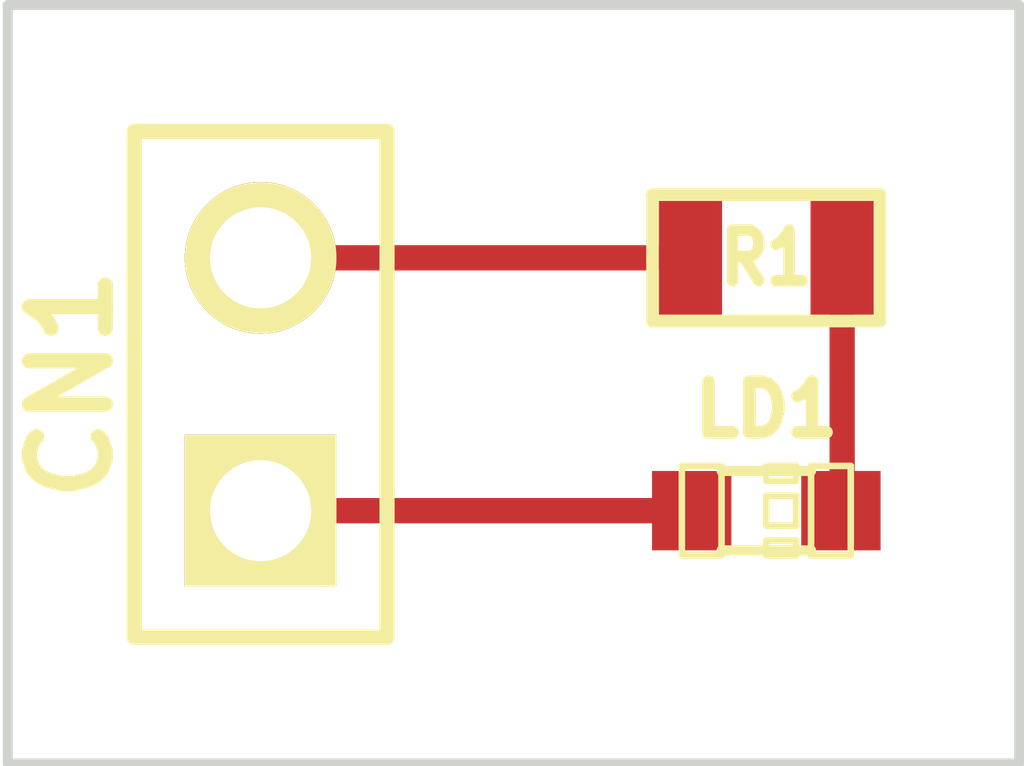
<source format=kicad_pcb>
(kicad_pcb (version 3) (host pcbnew "(2013-07-07 BZR 4022)-stable")

  (general
    (links 3)
    (no_connects 0)
    (area 0 0 0 0)
    (thickness 1.6)
    (drawings 4)
    (tracks 4)
    (zones 0)
    (modules 3)
    (nets 4)
  )

  (page A3)
  (layers
    (15 F.Cu signal)
    (0 B.Cu signal)
    (16 B.Adhes user)
    (17 F.Adhes user)
    (18 B.Paste user)
    (19 F.Paste user)
    (20 B.SilkS user)
    (21 F.SilkS user)
    (22 B.Mask user)
    (23 F.Mask user)
    (24 Dwgs.User user)
    (25 Cmts.User user)
    (26 Eco1.User user)
    (27 Eco2.User user)
    (28 Edge.Cuts user)
  )

  (setup
    (last_trace_width 0.254)
    (trace_clearance 0.254)
    (zone_clearance 0.508)
    (zone_45_only no)
    (trace_min 0.254)
    (segment_width 0.2)
    (edge_width 0.1)
    (via_size 0.889)
    (via_drill 0.635)
    (via_min_size 0.889)
    (via_min_drill 0.508)
    (uvia_size 0.508)
    (uvia_drill 0.127)
    (uvias_allowed no)
    (uvia_min_size 0.508)
    (uvia_min_drill 0.127)
    (pcb_text_width 0.3)
    (pcb_text_size 1.5 1.5)
    (mod_edge_width 0.15)
    (mod_text_size 1 1)
    (mod_text_width 0.15)
    (pad_size 1.5 1.5)
    (pad_drill 0.6)
    (pad_to_mask_clearance 0)
    (aux_axis_origin 0 0)
    (visible_elements FFFFFFBF)
    (pcbplotparams
      (layerselection 3178497)
      (usegerberextensions true)
      (excludeedgelayer true)
      (linewidth 0.150000)
      (plotframeref false)
      (viasonmask false)
      (mode 1)
      (useauxorigin false)
      (hpglpennumber 1)
      (hpglpenspeed 20)
      (hpglpendiameter 15)
      (hpglpenoverlay 2)
      (psnegative false)
      (psa4output false)
      (plotreference true)
      (plotvalue true)
      (plotothertext true)
      (plotinvisibletext false)
      (padsonsilk false)
      (subtractmaskfromsilk false)
      (outputformat 1)
      (mirror false)
      (drillshape 1)
      (scaleselection 1)
      (outputdirectory ""))
  )

  (net 0 "")
  (net 1 $$$00001)
  (net 2 GND-main)
  (net 3 VIN-main)

  (net_class Default "これは標準のネット クラスです。"
    (clearance 0.254)
    (trace_width 0.254)
    (via_dia 0.889)
    (via_drill 0.635)
    (uvia_dia 0.508)
    (uvia_drill 0.127)
    (add_net "")
    (add_net $$$00001)
    (add_net GND-main)
    (add_net VIN-main)
  )

  (module SM0603 (layer F.Cu) (tedit 4E43A3D1) (tstamp 598ACBBE)
    (at 365.76 35.56 180)
    (path 0003)
    (attr smd)
    (fp_text reference R1 (at 0 0 180) (layer F.SilkS)
      (effects (font (size 0.508 0.4572) (thickness 0.1143)))
    )
    (fp_text value R{Lib=r-main} (at 0 0 180) (layer F.SilkS) hide
      (effects (font (size 0.508 0.4572) (thickness 0.1143)))
    )
    (fp_line (start -1.143 -0.635) (end 1.143 -0.635) (layer F.SilkS) (width 0.127))
    (fp_line (start 1.143 -0.635) (end 1.143 0.635) (layer F.SilkS) (width 0.127))
    (fp_line (start 1.143 0.635) (end -1.143 0.635) (layer F.SilkS) (width 0.127))
    (fp_line (start -1.143 0.635) (end -1.143 -0.635) (layer F.SilkS) (width 0.127))
    (pad 1 smd rect (at -0.762 0 180) (size 0.635 1.143)
      (layers F.Cu F.Paste F.Mask)
      (net 1 $$$00001)
    )
    (pad 2 smd rect (at 0.762 0 180) (size 0.635 1.143)
      (layers F.Cu F.Paste F.Mask)
      (net 2 GND-main)
    )
    (model smd\resistors\R0603.wrl
      (at (xyz 0 0 0.001))
      (scale (xyz 0.5 0.5 0.5))
      (rotate (xyz 0 0 0))
    )
  )

  (module PIN_ARRAY_2X1 (layer F.Cu) (tedit 4565C520) (tstamp 598ACBC8)
    (at 360.68 36.83 90)
    (descr "Connecteurs 2 pins")
    (tags "CONN DEV")
    (path 0001)
    (fp_text reference CN1 (at 0 -1.905 90) (layer F.SilkS)
      (effects (font (size 0.762 0.762) (thickness 0.1524)))
    )
    (fp_text value CN{Lib=cn-main} (at 0 -1.905 90) (layer F.SilkS) hide
      (effects (font (size 0.762 0.762) (thickness 0.1524)))
    )
    (fp_line (start -2.54 1.27) (end -2.54 -1.27) (layer F.SilkS) (width 0.1524))
    (fp_line (start -2.54 -1.27) (end 2.54 -1.27) (layer F.SilkS) (width 0.1524))
    (fp_line (start 2.54 -1.27) (end 2.54 1.27) (layer F.SilkS) (width 0.1524))
    (fp_line (start 2.54 1.27) (end -2.54 1.27) (layer F.SilkS) (width 0.1524))
    (pad 1 thru_hole rect (at -1.27 0 90) (size 1.524 1.524) (drill 1.016)
      (layers *.Cu *.Mask F.SilkS)
      (net 3 VIN-main)
    )
    (pad 2 thru_hole circle (at 1.27 0 90) (size 1.524 1.524) (drill 1.016)
      (layers *.Cu *.Mask F.SilkS)
      (net 2 GND-main)
    )
    (model pin_array/pins_array_2x1.wrl
      (at (xyz 0 0 0))
      (scale (xyz 1 1 1))
      (rotate (xyz 0 0 0))
    )
  )

  (module LED-0603 (layer F.Cu) (tedit 598ACC89) (tstamp 598ACBE4)
    (at 365.76 38.1)
    (descr "LED 0603 smd package")
    (tags "LED led 0603 SMD smd SMT smt smdled SMDLED smtled SMTLED")
    (path 0002)
    (attr smd)
    (fp_text reference LD1 (at 0 -1.016) (layer F.SilkS)
      (effects (font (size 0.508 0.508) (thickness 0.127)))
    )
    (fp_text value LED{Lib=led-main} (at 0 1.016) (layer F.SilkS) hide
      (effects (font (size 0.508 0.508) (thickness 0.127)))
    )
    (fp_line (start 0.44958 -0.44958) (end 0.44958 0.44958) (layer F.SilkS) (width 0.06604))
    (fp_line (start 0.44958 0.44958) (end 0.84836 0.44958) (layer F.SilkS) (width 0.06604))
    (fp_line (start 0.84836 -0.44958) (end 0.84836 0.44958) (layer F.SilkS) (width 0.06604))
    (fp_line (start 0.44958 -0.44958) (end 0.84836 -0.44958) (layer F.SilkS) (width 0.06604))
    (fp_line (start -0.84836 -0.44958) (end -0.84836 0.44958) (layer F.SilkS) (width 0.06604))
    (fp_line (start -0.84836 0.44958) (end -0.44958 0.44958) (layer F.SilkS) (width 0.06604))
    (fp_line (start -0.44958 -0.44958) (end -0.44958 0.44958) (layer F.SilkS) (width 0.06604))
    (fp_line (start -0.84836 -0.44958) (end -0.44958 -0.44958) (layer F.SilkS) (width 0.06604))
    (fp_line (start 0 -0.44958) (end 0 -0.29972) (layer F.SilkS) (width 0.06604))
    (fp_line (start 0 -0.29972) (end 0.29972 -0.29972) (layer F.SilkS) (width 0.06604))
    (fp_line (start 0.29972 -0.44958) (end 0.29972 -0.29972) (layer F.SilkS) (width 0.06604))
    (fp_line (start 0 -0.44958) (end 0.29972 -0.44958) (layer F.SilkS) (width 0.06604))
    (fp_line (start 0 0.29972) (end 0 0.44958) (layer F.SilkS) (width 0.06604))
    (fp_line (start 0 0.44958) (end 0.29972 0.44958) (layer F.SilkS) (width 0.06604))
    (fp_line (start 0.29972 0.29972) (end 0.29972 0.44958) (layer F.SilkS) (width 0.06604))
    (fp_line (start 0 0.29972) (end 0.29972 0.29972) (layer F.SilkS) (width 0.06604))
    (fp_line (start 0 -0.14986) (end 0 0.14986) (layer F.SilkS) (width 0.06604))
    (fp_line (start 0 0.14986) (end 0.29972 0.14986) (layer F.SilkS) (width 0.06604))
    (fp_line (start 0.29972 -0.14986) (end 0.29972 0.14986) (layer F.SilkS) (width 0.06604))
    (fp_line (start 0 -0.14986) (end 0.29972 -0.14986) (layer F.SilkS) (width 0.06604))
    (fp_line (start 0.44958 -0.39878) (end -0.44958 -0.39878) (layer F.SilkS) (width 0.1016))
    (fp_line (start 0.44958 0.39878) (end -0.44958 0.39878) (layer F.SilkS) (width 0.1016))
    (pad 1 smd rect (at -0.7493 0) (size 0.79756 0.79756)
      (layers F.Cu F.Paste F.Mask)
      (net 3 VIN-main)
    )
    (pad 2 smd rect (at 0.7493 0) (size 0.79756 0.79756)
      (layers F.Cu F.Paste F.Mask)
      (net 1 $$$00001)
    )
  )

  (gr_line (start 358.14 40.64) (end 368.3 40.64) (angle 90) (layer Edge.Cuts) (width 0.1))
  (gr_line (start 368.3 33.02) (end 358.14 33.02) (angle 90) (layer Edge.Cuts) (width 0.1))
  (gr_line (start 368.3 33.02) (end 368.3 40.64) (angle 90) (layer Edge.Cuts) (width 0.1))
  (gr_line (start 358.14 33.02) (end 358.14 40.64) (angle 90) (layer Edge.Cuts) (width 0.1))

  (segment (start 366.522 35.56) (end 366.522 38.0873) (width 0.254) (layer F.Cu) (net 1) (status C00000))
  (segment (start 366.522 38.0873) (end 366.5093 38.1) (width 0.254) (layer F.Cu) (net 1) (tstamp 598ACC92) (status C00000))
  (segment (start 360.68 35.56) (end 364.998 35.56) (width 0.254) (layer F.Cu) (net 2) (status C00000))
  (segment (start 365.0107 38.1) (end 360.68 38.1) (width 0.254) (layer F.Cu) (net 3) (status C00000))

)

</source>
